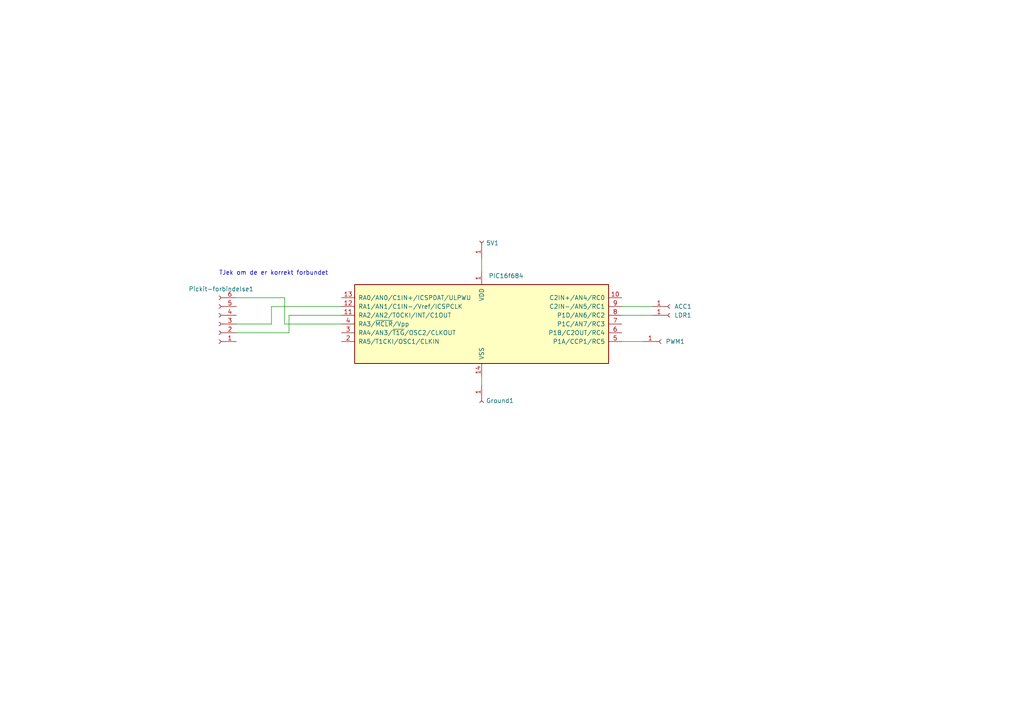
<source format=kicad_sch>
(kicad_sch (version 20211123) (generator eeschema)
  (paper "A4")
  (lib_symbols
    (symbol "Connector:Conn_01x01_Female" (pin_names (offset 1.016) hide)
      (property "Reference" "J" (at 0 2.54 0))
      (property "Value" "Conn_01x01_Female" (at 0 -2.54 0))
      (symbol "Conn_01x01_Female_1_1"
        (polyline (pts (xy -1.27 0) (xy -0.508 0)) (stroke (width 0.1524)))
        (arc (start 0 0.508) (mid -0.508 0) (end 0 -0.508) (stroke (width 0.1524)))
        (pin passive line (at -5.08 0 0) (length 3.81) (name "Pin_1") (number "1"))
      )
    )
    (symbol "Connector:Conn_01x06_Female" (pin_names (offset 1.016) hide)
      (property "Reference" "J" (at 0 7.62 0))
      (property "Value" "Conn_01x06_Female" (at 0 -10.16 0))
      (symbol "Conn_01x06_Female_1_1"
        (arc (start 0 -7.112) (mid -0.508 -7.62) (end 0 -8.128) (stroke (width 0.1524)))
        (arc (start 0 -4.572) (mid -0.508 -5.08) (end 0 -5.588) (stroke (width 0.1524)))
        (arc (start 0 -2.032) (mid -0.508 -2.54) (end 0 -3.048) (stroke (width 0.1524)))
        (polyline (pts (xy -1.27 -7.62) (xy -0.508 -7.62)) (stroke (width 0.1524)))
        (polyline (pts (xy -1.27 -5.08) (xy -0.508 -5.08)) (stroke (width 0.1524)))
        (polyline (pts (xy -1.27 -2.54) (xy -0.508 -2.54)) (stroke (width 0.1524)))
        (polyline (pts (xy -1.27 0) (xy -0.508 0)) (stroke (width 0.1524)))
        (polyline (pts (xy -1.27 2.54) (xy -0.508 2.54)) (stroke (width 0.1524)))
        (polyline (pts (xy -1.27 5.08) (xy -0.508 5.08)) (stroke (width 0.1524)))
        (arc (start 0 0.508) (mid -0.508 0) (end 0 -0.508) (stroke (width 0.1524)))
        (arc (start 0 3.048) (mid -0.508 2.54) (end 0 2.032) (stroke (width 0.1524)))
        (arc (start 0 5.588) (mid -0.508 5.08) (end 0 4.572) (stroke (width 0.1524)))
        (pin passive line (at -5.08 5.08 0) (length 3.81) (name "Pin_1") (number "1"))
        (pin passive line (at -5.08 2.54 0) (length 3.81) (name "Pin_2") (number "2"))
        (pin passive line (at -5.08 0 0) (length 3.81) (name "Pin_3") (number "3"))
        (pin passive line (at -5.08 -2.54 0) (length 3.81) (name "Pin_4") (number "4"))
        (pin passive line (at -5.08 -5.08 0) (length 3.81) (name "Pin_5") (number "5"))
        (pin passive line (at -5.08 -7.62 0) (length 3.81) (name "Pin_6") (number "6"))
      )
    )
    (symbol "MCU_Microchip_PIC16:PIC16F684-IP" (pin_names (offset 1.016))
      (property "Reference" "U" (at -35.56 15.24 0))
      (property "Value" "PIC16F684-IP" (at -35.56 12.7 0))
      (symbol "PIC16F684-IP_0_1"
        (rectangle (start -36.83 11.43) (end 36.83 -11.43) (stroke (width 0.254)) (fill (type background)))
      )
      (symbol "PIC16F684-IP_1_1"
        (pin power_in line (at 0 15.24 270) (length 3.81) (name "VDD") (number "1"))
        (pin bidirectional line (at 40.64 7.62 180) (length 3.81) (name "C2IN+/AN4/RC0") (number "10"))
        (pin bidirectional line (at -40.64 2.54 0) (length 3.81) (name "RA2/AN2/T0CKI/INT/C1OUT") (number "11"))
        (pin bidirectional line (at -40.64 5.08 0) (length 3.81) (name "RA1/AN1/C1IN-/Vref/ICSPCLK") (number "12"))
        (pin bidirectional line (at -40.64 7.62 0) (length 3.81) (name "RA0/AN0/C1IN+/ICSPDAT/ULPWU") (number "13"))
        (pin power_in line (at 0 -15.24 90) (length 3.81) (name "VSS") (number "14"))
        (pin bidirectional line (at -40.64 -5.08 0) (length 3.81) (name "RA5/T1CKI/OSC1/CLKIN") (number "2"))
        (pin bidirectional line (at -40.64 -2.54 0) (length 3.81) (name "RA4/AN3/~{T1G}/OSC2/CLKOUT") (number "3"))
        (pin input line (at -40.64 0 0) (length 3.81) (name "RA3/~{MCLR}/Vpp") (number "4"))
        (pin bidirectional line (at 40.64 -5.08 180) (length 3.81) (name "P1A/CCP1/RC5") (number "5"))
        (pin bidirectional line (at 40.64 -2.54 180) (length 3.81) (name "P1B/C2OUT/RC4") (number "6"))
        (pin bidirectional line (at 40.64 0 180) (length 3.81) (name "P1C/AN7/RC3") (number "7"))
        (pin bidirectional line (at 40.64 2.54 180) (length 3.81) (name "P1D/AN6/RC2") (number "8"))
        (pin bidirectional line (at 40.64 5.08 180) (length 3.81) (name "C2IN-/AN5/RC1") (number "9"))
      )
    )
  )
  (wire (pts (xy 68.58 86.36) (xy 82.55 86.36)))
  (wire (pts (xy 83.82 91.44) (xy 99.06 91.44)))
  (wire (pts (xy 82.55 86.36) (xy 82.55 93.98)))
  (wire (pts (xy 139.7 109.22) (xy 139.7 111.76)))
  (wire (pts (xy 82.55 93.98) (xy 99.06 93.98)))
  (wire (pts (xy 180.34 88.9) (xy 189.23 88.9)))
  (wire (pts (xy 180.34 91.44) (xy 189.23 91.44)))
  (wire (pts (xy 139.7 74.93) (xy 139.7 78.74)))
  (wire (pts (xy 83.82 96.52) (xy 83.82 91.44)))
  (wire (pts (xy 78.74 93.98) (xy 78.74 88.9)))
  (wire (pts (xy 68.58 93.98) (xy 78.74 93.98)))
  (wire (pts (xy 78.74 88.9) (xy 99.06 88.9)))
  (wire (pts (xy 68.58 96.52) (xy 83.82 96.52)))
  (wire (pts (xy 180.34 99.06) (xy 186.69 99.06)))
  (text "TJek om de er korrekt forbundet" (at 63.5 80.01 0) (effects (font (size 1.27 1.27)) (justify left bottom)))
  (symbol (lib_id "Connector:Conn_01x06_Female") (at 63.5 93.98 180) (unit 1)
    (property "Reference" "Pickit-forbindelse1" (at 64.135 83.82 0))
    (property "Value" "Pickit forbindelse" (effects hide))
    (property "Footprint" "Connector_PinHeader_1.00mm:PinHeader_1x06_P1.00mm_Vertical" (effects hide))
  )
  (symbol (lib_id "Connector:Conn_01x01_Female") (at 139.7 116.84 270) (unit 1)
    (property "Reference" "Ground1" (at 140.97 116.2049 90) (effects (justify left)))
    (property "Value" "Ground forbindelse" (effects hide))
    (property "Footprint" "Connector_PinHeader_1.00mm:PinHeader_1x01_P1.00mm_Vertical" (effects hide))
  )
  (symbol (lib_id "Connector:Conn_01x01_Female") (at 191.77 99.06 0) (unit 1)
    (property "Reference" "PWM1" (at 193.04 99.0599 0) (effects (justify left)))
    (property "Value" "Conn_01x01_Female" (effects hide))
    (property "Footprint" "Connector_PinHeader_1.00mm:PinHeader_1x01_P1.00mm_Vertical" (effects hide))
  )
  (symbol (lib_id "Connector:Conn_01x01_Female") (at 194.31 88.9 0) (unit 1)
    (property "Reference" "ACC1" (at 195.58 88.8999 0) (effects (justify left)))
    (property "Value" "Conn_01x01_Female" (effects hide))
    (property "Footprint" "Connector_PinHeader_1.00mm:PinHeader_1x01_P1.00mm_Vertical" (effects hide))
  )
  (symbol (lib_id "Connector:Conn_01x01_Female") (at 139.7 69.85 90) (unit 1)
    (property "Reference" "5V1" (at 140.97 70.4849 90) (effects (justify right)))
    (property "Value" "Connector" (effects hide))
    (property "Footprint" "Connector_PinHeader_1.00mm:PinHeader_1x01_P1.00mm_Vertical" (effects hide))
  )
  (symbol (lib_id "MCU_Microchip_PIC16:PIC16F684-IP") (at 139.7 93.98 0) (unit 1)
    (property "Reference" "PIC16f684" (at 141.7194 80.01 0) (effects (justify left)))
    (property "Value" "PIC16F684-IP" (effects hide))
    (property "Footprint" "Package_DIP:DIP-14_W7.62mm_Socket" (effects hide))
    (property "Datasheet" "http://ww1.microchip.com/downloads/en/DeviceDoc/41202F-print.pdf" (effects hide))
  )
  (symbol (lib_id "Connector:Conn_01x01_Female") (at 194.31 91.44 0) (unit 1)
    (property "Reference" "LDR1" (at 195.58 91.4399 0) (effects (justify left)))
    (property "Value" "Conn_01x01_Female" (effects hide))
    (property "Footprint" "Connector_PinHeader_1.00mm:PinHeader_1x01_P1.00mm_Vertical" (effects hide))
  )
)
</source>
